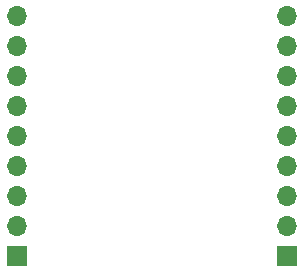
<source format=gbr>
G04 #@! TF.FileFunction,Soldermask,Bot*
%FSLAX46Y46*%
G04 Gerber Fmt 4.6, Leading zero omitted, Abs format (unit mm)*
G04 Created by KiCad (PCBNEW 4.0.6) date Sun Jun 17 22:16:41 2018*
%MOMM*%
%LPD*%
G01*
G04 APERTURE LIST*
%ADD10C,0.100000*%
%ADD11R,1.700000X1.700000*%
%ADD12O,1.700000X1.700000*%
G04 APERTURE END LIST*
D10*
D11*
X137160000Y-109220000D03*
D12*
X137160000Y-106680000D03*
X137160000Y-104140000D03*
X137160000Y-101600000D03*
X137160000Y-99060000D03*
X137160000Y-96520000D03*
X137160000Y-93980000D03*
X137160000Y-91440000D03*
X137160000Y-88900000D03*
D11*
X160020000Y-109220000D03*
D12*
X160020000Y-106680000D03*
X160020000Y-104140000D03*
X160020000Y-101600000D03*
X160020000Y-99060000D03*
X160020000Y-96520000D03*
X160020000Y-93980000D03*
X160020000Y-91440000D03*
X160020000Y-88900000D03*
M02*

</source>
